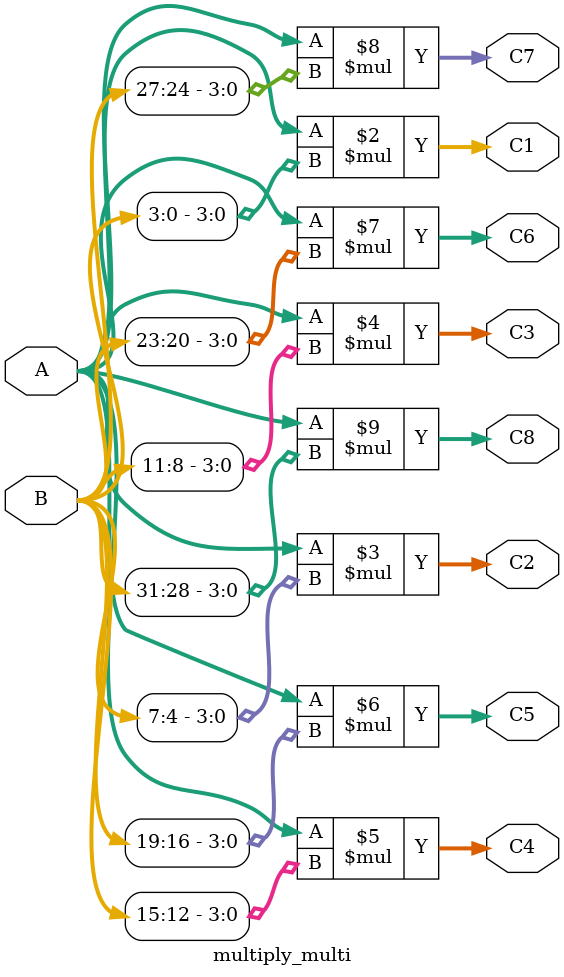
<source format=sv>
module multiply_multi (output logic[40:0]C1, C2, C3, C4, C5, C6, C7, C8, input wire [31:0] A, input wire [31:0] B);
always_comb
begin: COM 
	C1 = A [31:0] * B [3:0];
	C2 = A [31:0] * B [7:4];
	C3 = A [31:0] * B [11:8];
	C4 = A [31:0] * B [15:12];
	C5 = A [31:0] * B [19:16];
	C6 = A [31:0] * B [23:20];
	C7 = A [31:0] * B [27:24];
	C8 = A [31:0] * B [31:28];
end

endmodule
</source>
